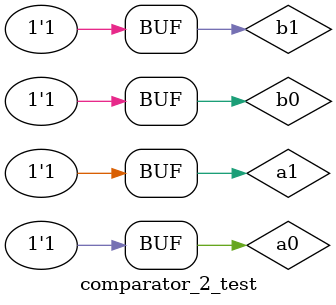
<source format=v>
module comparator_2_test;
  reg a1,a0,b1,b0;
  wire e,g,l;
  comparator_2 dut(a1,a0,b1,b0,e,g,l);
  initial begin
    a1=1'b0;a0=1'b0;b1=1'b0;b0=1'b0;
#5  a1=1'b0;a0=1'b0;b1=1'b0;b0=1'b1;
#5  a1=1'b0;a0=1'b0;b1=1'b1;b0=1'b0;
#5  a1=1'b0;a0=1'b0;b1=1'b1;b0=1'b1;
#5  a1=1'b0;a0=1'b1;b1=1'b0;b0=1'b0;
#5  a1=1'b0;a0=1'b1;b1=1'b0;b0=1'b1;
#5  a1=1'b0;a0=1'b1;b1=1'b1;b0=1'b0;
#5  a1=1'b0;a0=1'b1;b1=1'b1;b0=1'b1;
#5  a1=1'b1;a0=1'b0;b1=1'b0;b0=1'b0;
#5  a1=1'b1;a0=1'b0;b1=1'b0;b0=1'b1;
#5  a1=1'b1;a0=1'b0;b1=1'b1;b0=1'b0;
#5  a1=1'b1;a0=1'b0;b1=1'b1;b0=1'b1;
#5  a1=1'b1;a0=1'b1;b1=1'b0;b0=1'b0;
#5  a1=1'b1;a0=1'b1;b1=1'b0;b0=1'b1;
#5  a1=1'b1;a0=1'b1;b1=1'b1;b0=1'b0;  
#5  a1=1'b1;a0=1'b1;b1=1'b1;b0=1'b1;
  end
  initial begin
    $monitor("sim time=%0t,a1=%b,a0=%b,b1=%b,b0=%b,e=%b,g=%b,l=%b",$time,a1,a0,b1,b0,e,g,l);
    $dumpfile("dump.vcd");
    $dumpvars(0,comparator_2_test);
  end 
endmodule
</source>
